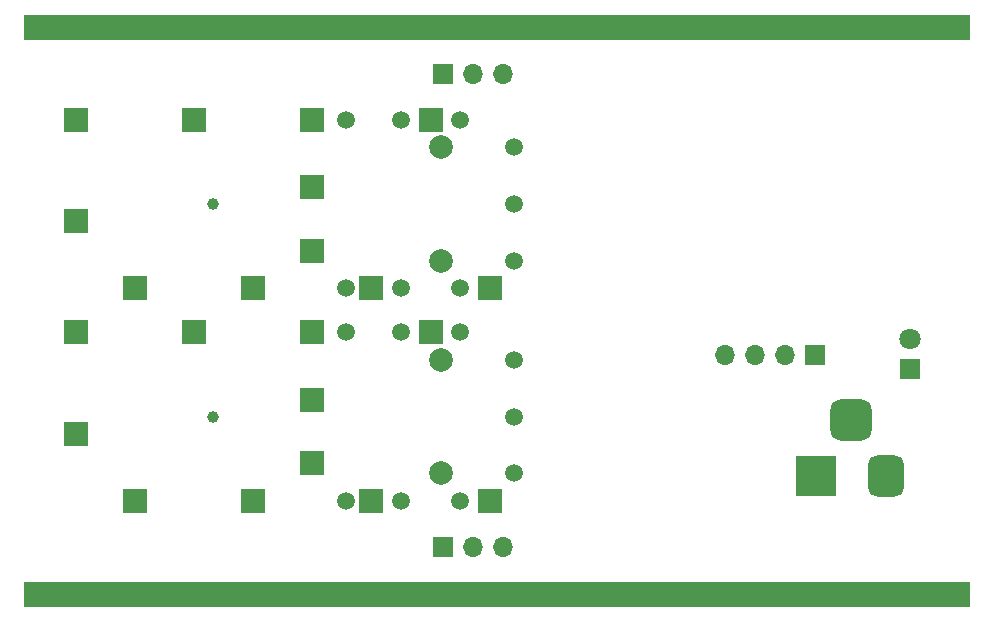
<source format=gbr>
%TF.GenerationSoftware,KiCad,Pcbnew,(6.0.5)*%
%TF.CreationDate,2022-06-11T16:34:21+02:00*%
%TF.ProjectId,SFP_Back2Back,5346505f-4261-4636-9b32-4261636b2e6b,2.0*%
%TF.SameCoordinates,Original*%
%TF.FileFunction,Soldermask,Bot*%
%TF.FilePolarity,Negative*%
%FSLAX46Y46*%
G04 Gerber Fmt 4.6, Leading zero omitted, Abs format (unit mm)*
G04 Created by KiCad (PCBNEW (6.0.5)) date 2022-06-11 16:34:21*
%MOMM*%
%LPD*%
G01*
G04 APERTURE LIST*
G04 Aperture macros list*
%AMRoundRect*
0 Rectangle with rounded corners*
0 $1 Rounding radius*
0 $2 $3 $4 $5 $6 $7 $8 $9 X,Y pos of 4 corners*
0 Add a 4 corners polygon primitive as box body*
4,1,4,$2,$3,$4,$5,$6,$7,$8,$9,$2,$3,0*
0 Add four circle primitives for the rounded corners*
1,1,$1+$1,$2,$3*
1,1,$1+$1,$4,$5*
1,1,$1+$1,$6,$7*
1,1,$1+$1,$8,$9*
0 Add four rect primitives between the rounded corners*
20,1,$1+$1,$2,$3,$4,$5,0*
20,1,$1+$1,$4,$5,$6,$7,0*
20,1,$1+$1,$6,$7,$8,$9,0*
20,1,$1+$1,$8,$9,$2,$3,0*%
G04 Aperture macros list end*
%ADD10C,0.100000*%
%ADD11C,2.000000*%
%ADD12R,2.000000X2.000000*%
%ADD13C,1.500000*%
%ADD14R,3.500000X3.500000*%
%ADD15RoundRect,0.750000X0.750000X1.000000X-0.750000X1.000000X-0.750000X-1.000000X0.750000X-1.000000X0*%
%ADD16RoundRect,0.875000X0.875000X0.875000X-0.875000X0.875000X-0.875000X-0.875000X0.875000X-0.875000X0*%
%ADD17R,1.800000X1.800000*%
%ADD18C,1.800000*%
%ADD19R,1.700000X1.700000*%
%ADD20O,1.700000X1.700000*%
%ADD21C,1.000000*%
G04 APERTURE END LIST*
D10*
G36*
X260000000Y-150000000D02*
G01*
X180000000Y-150000000D01*
X180000000Y-148000000D01*
X260000000Y-148000000D01*
X260000000Y-150000000D01*
G37*
X260000000Y-150000000D02*
X180000000Y-150000000D01*
X180000000Y-148000000D01*
X260000000Y-148000000D01*
X260000000Y-150000000D01*
G36*
X260000000Y-102000000D02*
G01*
X180000000Y-102000000D01*
X180000000Y-100000000D01*
X260000000Y-100000000D01*
X260000000Y-102000000D01*
G37*
X260000000Y-102000000D02*
X180000000Y-102000000D01*
X180000000Y-100000000D01*
X260000000Y-100000000D01*
X260000000Y-102000000D01*
D11*
%TO.C,J301*%
X215300000Y-129200000D03*
X215300000Y-138800000D03*
D12*
X219400000Y-141125000D03*
D13*
X207200000Y-141125000D03*
X221500000Y-138800000D03*
D12*
X189400000Y-141125000D03*
X194400000Y-126875000D03*
X204400000Y-126875000D03*
D13*
X211900000Y-141125000D03*
X221500000Y-129200000D03*
D12*
X184400000Y-135450000D03*
D13*
X216900000Y-141125000D03*
X207200000Y-126875000D03*
D12*
X184400000Y-126875000D03*
X199400000Y-141125000D03*
D13*
X216900000Y-126875000D03*
D12*
X209400000Y-141125000D03*
D13*
X221500000Y-134000000D03*
D12*
X204400000Y-137950000D03*
D13*
X211900000Y-126875000D03*
D12*
X204400000Y-132550000D03*
X214400000Y-126875000D03*
%TD*%
D11*
%TO.C,J201*%
X215300000Y-111200000D03*
X215300000Y-120800000D03*
D13*
X216900000Y-108875000D03*
X211900000Y-108875000D03*
X207200000Y-108875000D03*
D12*
X204400000Y-108875000D03*
X184400000Y-117450000D03*
D13*
X211900000Y-123125000D03*
D12*
X199400000Y-123125000D03*
X194400000Y-108875000D03*
D13*
X216900000Y-123125000D03*
D12*
X184400000Y-108875000D03*
X204400000Y-114550000D03*
X204400000Y-119950000D03*
D13*
X221500000Y-120800000D03*
D12*
X214400000Y-108875000D03*
D13*
X221500000Y-111200000D03*
D12*
X189400000Y-123125000D03*
X219400000Y-123125000D03*
X209400000Y-123125000D03*
D13*
X221500000Y-116000000D03*
X207200000Y-123125000D03*
%TD*%
D14*
%TO.C,J101*%
X247000000Y-139000000D03*
D15*
X253000000Y-139000000D03*
D16*
X250000000Y-134300000D03*
%TD*%
D17*
%TO.C,D103*%
X255000000Y-130000000D03*
D18*
X255000000Y-127460000D03*
%TD*%
D19*
%TO.C,J1*%
X246940000Y-128750000D03*
D20*
X244400000Y-128750000D03*
X241860000Y-128750000D03*
X239320000Y-128750000D03*
%TD*%
D19*
%TO.C,J2*%
X215475000Y-145000000D03*
D20*
X218015000Y-145000000D03*
X220555000Y-145000000D03*
%TD*%
D19*
%TO.C,J3*%
X215475000Y-105000000D03*
D20*
X218015000Y-105000000D03*
X220555000Y-105000000D03*
%TD*%
D21*
%TO.C,N2*%
X196000000Y-116000000D03*
%TD*%
%TO.C,N1*%
X196000000Y-134000000D03*
%TD*%
M02*

</source>
